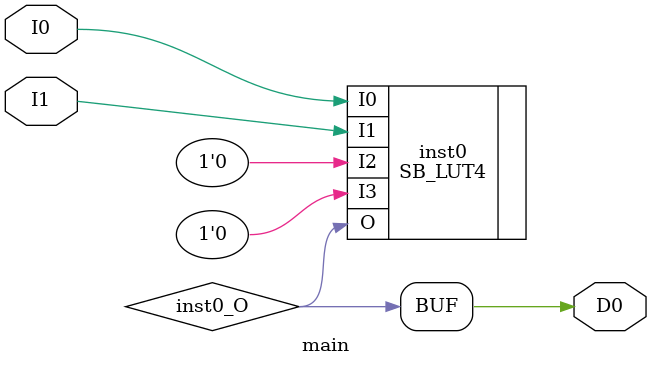
<source format=v>
module main (input  I0, input  I1, output  D0);
wire  inst0_O;
SB_LUT4 #(.LUT_INIT(16'h8888)) inst0 (.I0(I0), .I1(I1), .I2(1'b0), .I3(1'b0), .O(inst0_O));
assign D0 = inst0_O;
endmodule


</source>
